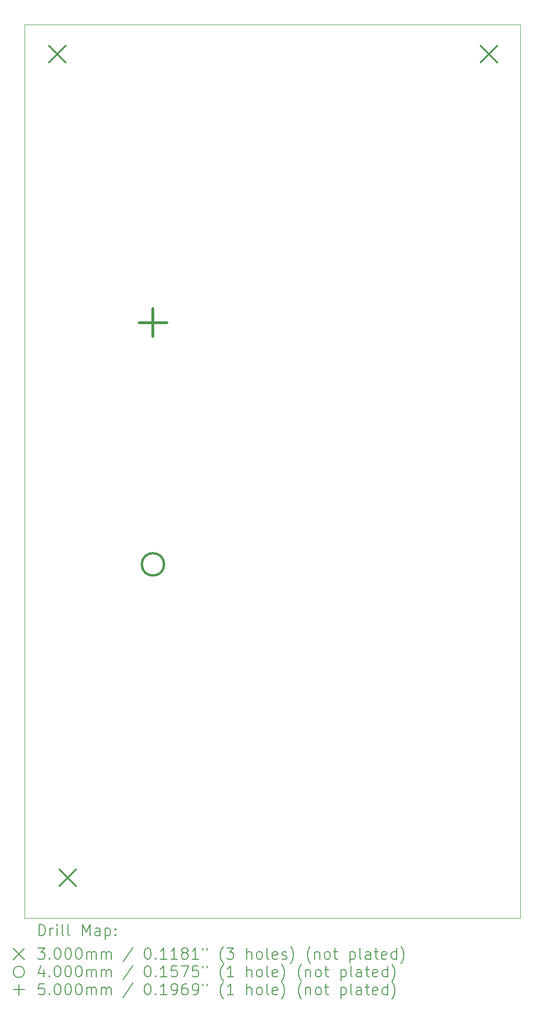
<source format=gbr>
%TF.GenerationSoftware,KiCad,Pcbnew,8.0.6*%
%TF.CreationDate,2024-11-25T21:28:08+01:00*%
%TF.ProjectId,PCB,5043422e-6b69-4636-9164-5f7063625858,rev?*%
%TF.SameCoordinates,Original*%
%TF.FileFunction,Drillmap*%
%TF.FilePolarity,Positive*%
%FSLAX45Y45*%
G04 Gerber Fmt 4.5, Leading zero omitted, Abs format (unit mm)*
G04 Created by KiCad (PCBNEW 8.0.6) date 2024-11-25 21:28:08*
%MOMM*%
%LPD*%
G01*
G04 APERTURE LIST*
%ADD10C,0.050000*%
%ADD11C,0.200000*%
%ADD12C,0.300000*%
%ADD13C,0.400000*%
%ADD14C,0.500000*%
G04 APERTURE END LIST*
D10*
X5950000Y-6140000D02*
X14850000Y-6140000D01*
X14850000Y-22150000D01*
X5950000Y-22150000D01*
X5950000Y-6140000D01*
D11*
D12*
X6390500Y-6517500D02*
X6690500Y-6817500D01*
X6690500Y-6517500D02*
X6390500Y-6817500D01*
X6575000Y-21275000D02*
X6875000Y-21575000D01*
X6875000Y-21275000D02*
X6575000Y-21575000D01*
X14137500Y-6517500D02*
X14437500Y-6817500D01*
X14437500Y-6517500D02*
X14137500Y-6817500D01*
D13*
X8455000Y-15811500D02*
G75*
G02*
X8055000Y-15811500I-200000J0D01*
G01*
X8055000Y-15811500D02*
G75*
G02*
X8455000Y-15811500I200000J0D01*
G01*
D14*
X8255000Y-11230000D02*
X8255000Y-11730000D01*
X8005000Y-11480000D02*
X8505000Y-11480000D01*
D11*
X6208277Y-22463984D02*
X6208277Y-22263984D01*
X6208277Y-22263984D02*
X6255896Y-22263984D01*
X6255896Y-22263984D02*
X6284467Y-22273508D01*
X6284467Y-22273508D02*
X6303515Y-22292555D01*
X6303515Y-22292555D02*
X6313039Y-22311603D01*
X6313039Y-22311603D02*
X6322562Y-22349698D01*
X6322562Y-22349698D02*
X6322562Y-22378269D01*
X6322562Y-22378269D02*
X6313039Y-22416365D01*
X6313039Y-22416365D02*
X6303515Y-22435412D01*
X6303515Y-22435412D02*
X6284467Y-22454460D01*
X6284467Y-22454460D02*
X6255896Y-22463984D01*
X6255896Y-22463984D02*
X6208277Y-22463984D01*
X6408277Y-22463984D02*
X6408277Y-22330650D01*
X6408277Y-22368746D02*
X6417801Y-22349698D01*
X6417801Y-22349698D02*
X6427324Y-22340174D01*
X6427324Y-22340174D02*
X6446372Y-22330650D01*
X6446372Y-22330650D02*
X6465420Y-22330650D01*
X6532086Y-22463984D02*
X6532086Y-22330650D01*
X6532086Y-22263984D02*
X6522562Y-22273508D01*
X6522562Y-22273508D02*
X6532086Y-22283031D01*
X6532086Y-22283031D02*
X6541610Y-22273508D01*
X6541610Y-22273508D02*
X6532086Y-22263984D01*
X6532086Y-22263984D02*
X6532086Y-22283031D01*
X6655896Y-22463984D02*
X6636848Y-22454460D01*
X6636848Y-22454460D02*
X6627324Y-22435412D01*
X6627324Y-22435412D02*
X6627324Y-22263984D01*
X6760658Y-22463984D02*
X6741610Y-22454460D01*
X6741610Y-22454460D02*
X6732086Y-22435412D01*
X6732086Y-22435412D02*
X6732086Y-22263984D01*
X6989229Y-22463984D02*
X6989229Y-22263984D01*
X6989229Y-22263984D02*
X7055896Y-22406841D01*
X7055896Y-22406841D02*
X7122562Y-22263984D01*
X7122562Y-22263984D02*
X7122562Y-22463984D01*
X7303515Y-22463984D02*
X7303515Y-22359222D01*
X7303515Y-22359222D02*
X7293991Y-22340174D01*
X7293991Y-22340174D02*
X7274943Y-22330650D01*
X7274943Y-22330650D02*
X7236848Y-22330650D01*
X7236848Y-22330650D02*
X7217801Y-22340174D01*
X7303515Y-22454460D02*
X7284467Y-22463984D01*
X7284467Y-22463984D02*
X7236848Y-22463984D01*
X7236848Y-22463984D02*
X7217801Y-22454460D01*
X7217801Y-22454460D02*
X7208277Y-22435412D01*
X7208277Y-22435412D02*
X7208277Y-22416365D01*
X7208277Y-22416365D02*
X7217801Y-22397317D01*
X7217801Y-22397317D02*
X7236848Y-22387793D01*
X7236848Y-22387793D02*
X7284467Y-22387793D01*
X7284467Y-22387793D02*
X7303515Y-22378269D01*
X7398753Y-22330650D02*
X7398753Y-22530650D01*
X7398753Y-22340174D02*
X7417801Y-22330650D01*
X7417801Y-22330650D02*
X7455896Y-22330650D01*
X7455896Y-22330650D02*
X7474943Y-22340174D01*
X7474943Y-22340174D02*
X7484467Y-22349698D01*
X7484467Y-22349698D02*
X7493991Y-22368746D01*
X7493991Y-22368746D02*
X7493991Y-22425888D01*
X7493991Y-22425888D02*
X7484467Y-22444936D01*
X7484467Y-22444936D02*
X7474943Y-22454460D01*
X7474943Y-22454460D02*
X7455896Y-22463984D01*
X7455896Y-22463984D02*
X7417801Y-22463984D01*
X7417801Y-22463984D02*
X7398753Y-22454460D01*
X7579705Y-22444936D02*
X7589229Y-22454460D01*
X7589229Y-22454460D02*
X7579705Y-22463984D01*
X7579705Y-22463984D02*
X7570182Y-22454460D01*
X7570182Y-22454460D02*
X7579705Y-22444936D01*
X7579705Y-22444936D02*
X7579705Y-22463984D01*
X7579705Y-22340174D02*
X7589229Y-22349698D01*
X7589229Y-22349698D02*
X7579705Y-22359222D01*
X7579705Y-22359222D02*
X7570182Y-22349698D01*
X7570182Y-22349698D02*
X7579705Y-22340174D01*
X7579705Y-22340174D02*
X7579705Y-22359222D01*
X5747500Y-22692500D02*
X5947500Y-22892500D01*
X5947500Y-22692500D02*
X5747500Y-22892500D01*
X6189229Y-22683984D02*
X6313039Y-22683984D01*
X6313039Y-22683984D02*
X6246372Y-22760174D01*
X6246372Y-22760174D02*
X6274943Y-22760174D01*
X6274943Y-22760174D02*
X6293991Y-22769698D01*
X6293991Y-22769698D02*
X6303515Y-22779222D01*
X6303515Y-22779222D02*
X6313039Y-22798269D01*
X6313039Y-22798269D02*
X6313039Y-22845888D01*
X6313039Y-22845888D02*
X6303515Y-22864936D01*
X6303515Y-22864936D02*
X6293991Y-22874460D01*
X6293991Y-22874460D02*
X6274943Y-22883984D01*
X6274943Y-22883984D02*
X6217801Y-22883984D01*
X6217801Y-22883984D02*
X6198753Y-22874460D01*
X6198753Y-22874460D02*
X6189229Y-22864936D01*
X6398753Y-22864936D02*
X6408277Y-22874460D01*
X6408277Y-22874460D02*
X6398753Y-22883984D01*
X6398753Y-22883984D02*
X6389229Y-22874460D01*
X6389229Y-22874460D02*
X6398753Y-22864936D01*
X6398753Y-22864936D02*
X6398753Y-22883984D01*
X6532086Y-22683984D02*
X6551134Y-22683984D01*
X6551134Y-22683984D02*
X6570182Y-22693508D01*
X6570182Y-22693508D02*
X6579705Y-22703031D01*
X6579705Y-22703031D02*
X6589229Y-22722079D01*
X6589229Y-22722079D02*
X6598753Y-22760174D01*
X6598753Y-22760174D02*
X6598753Y-22807793D01*
X6598753Y-22807793D02*
X6589229Y-22845888D01*
X6589229Y-22845888D02*
X6579705Y-22864936D01*
X6579705Y-22864936D02*
X6570182Y-22874460D01*
X6570182Y-22874460D02*
X6551134Y-22883984D01*
X6551134Y-22883984D02*
X6532086Y-22883984D01*
X6532086Y-22883984D02*
X6513039Y-22874460D01*
X6513039Y-22874460D02*
X6503515Y-22864936D01*
X6503515Y-22864936D02*
X6493991Y-22845888D01*
X6493991Y-22845888D02*
X6484467Y-22807793D01*
X6484467Y-22807793D02*
X6484467Y-22760174D01*
X6484467Y-22760174D02*
X6493991Y-22722079D01*
X6493991Y-22722079D02*
X6503515Y-22703031D01*
X6503515Y-22703031D02*
X6513039Y-22693508D01*
X6513039Y-22693508D02*
X6532086Y-22683984D01*
X6722562Y-22683984D02*
X6741610Y-22683984D01*
X6741610Y-22683984D02*
X6760658Y-22693508D01*
X6760658Y-22693508D02*
X6770182Y-22703031D01*
X6770182Y-22703031D02*
X6779705Y-22722079D01*
X6779705Y-22722079D02*
X6789229Y-22760174D01*
X6789229Y-22760174D02*
X6789229Y-22807793D01*
X6789229Y-22807793D02*
X6779705Y-22845888D01*
X6779705Y-22845888D02*
X6770182Y-22864936D01*
X6770182Y-22864936D02*
X6760658Y-22874460D01*
X6760658Y-22874460D02*
X6741610Y-22883984D01*
X6741610Y-22883984D02*
X6722562Y-22883984D01*
X6722562Y-22883984D02*
X6703515Y-22874460D01*
X6703515Y-22874460D02*
X6693991Y-22864936D01*
X6693991Y-22864936D02*
X6684467Y-22845888D01*
X6684467Y-22845888D02*
X6674943Y-22807793D01*
X6674943Y-22807793D02*
X6674943Y-22760174D01*
X6674943Y-22760174D02*
X6684467Y-22722079D01*
X6684467Y-22722079D02*
X6693991Y-22703031D01*
X6693991Y-22703031D02*
X6703515Y-22693508D01*
X6703515Y-22693508D02*
X6722562Y-22683984D01*
X6913039Y-22683984D02*
X6932086Y-22683984D01*
X6932086Y-22683984D02*
X6951134Y-22693508D01*
X6951134Y-22693508D02*
X6960658Y-22703031D01*
X6960658Y-22703031D02*
X6970182Y-22722079D01*
X6970182Y-22722079D02*
X6979705Y-22760174D01*
X6979705Y-22760174D02*
X6979705Y-22807793D01*
X6979705Y-22807793D02*
X6970182Y-22845888D01*
X6970182Y-22845888D02*
X6960658Y-22864936D01*
X6960658Y-22864936D02*
X6951134Y-22874460D01*
X6951134Y-22874460D02*
X6932086Y-22883984D01*
X6932086Y-22883984D02*
X6913039Y-22883984D01*
X6913039Y-22883984D02*
X6893991Y-22874460D01*
X6893991Y-22874460D02*
X6884467Y-22864936D01*
X6884467Y-22864936D02*
X6874943Y-22845888D01*
X6874943Y-22845888D02*
X6865420Y-22807793D01*
X6865420Y-22807793D02*
X6865420Y-22760174D01*
X6865420Y-22760174D02*
X6874943Y-22722079D01*
X6874943Y-22722079D02*
X6884467Y-22703031D01*
X6884467Y-22703031D02*
X6893991Y-22693508D01*
X6893991Y-22693508D02*
X6913039Y-22683984D01*
X7065420Y-22883984D02*
X7065420Y-22750650D01*
X7065420Y-22769698D02*
X7074943Y-22760174D01*
X7074943Y-22760174D02*
X7093991Y-22750650D01*
X7093991Y-22750650D02*
X7122563Y-22750650D01*
X7122563Y-22750650D02*
X7141610Y-22760174D01*
X7141610Y-22760174D02*
X7151134Y-22779222D01*
X7151134Y-22779222D02*
X7151134Y-22883984D01*
X7151134Y-22779222D02*
X7160658Y-22760174D01*
X7160658Y-22760174D02*
X7179705Y-22750650D01*
X7179705Y-22750650D02*
X7208277Y-22750650D01*
X7208277Y-22750650D02*
X7227324Y-22760174D01*
X7227324Y-22760174D02*
X7236848Y-22779222D01*
X7236848Y-22779222D02*
X7236848Y-22883984D01*
X7332086Y-22883984D02*
X7332086Y-22750650D01*
X7332086Y-22769698D02*
X7341610Y-22760174D01*
X7341610Y-22760174D02*
X7360658Y-22750650D01*
X7360658Y-22750650D02*
X7389229Y-22750650D01*
X7389229Y-22750650D02*
X7408277Y-22760174D01*
X7408277Y-22760174D02*
X7417801Y-22779222D01*
X7417801Y-22779222D02*
X7417801Y-22883984D01*
X7417801Y-22779222D02*
X7427324Y-22760174D01*
X7427324Y-22760174D02*
X7446372Y-22750650D01*
X7446372Y-22750650D02*
X7474943Y-22750650D01*
X7474943Y-22750650D02*
X7493991Y-22760174D01*
X7493991Y-22760174D02*
X7503515Y-22779222D01*
X7503515Y-22779222D02*
X7503515Y-22883984D01*
X7893991Y-22674460D02*
X7722563Y-22931603D01*
X8151134Y-22683984D02*
X8170182Y-22683984D01*
X8170182Y-22683984D02*
X8189229Y-22693508D01*
X8189229Y-22693508D02*
X8198753Y-22703031D01*
X8198753Y-22703031D02*
X8208277Y-22722079D01*
X8208277Y-22722079D02*
X8217801Y-22760174D01*
X8217801Y-22760174D02*
X8217801Y-22807793D01*
X8217801Y-22807793D02*
X8208277Y-22845888D01*
X8208277Y-22845888D02*
X8198753Y-22864936D01*
X8198753Y-22864936D02*
X8189229Y-22874460D01*
X8189229Y-22874460D02*
X8170182Y-22883984D01*
X8170182Y-22883984D02*
X8151134Y-22883984D01*
X8151134Y-22883984D02*
X8132086Y-22874460D01*
X8132086Y-22874460D02*
X8122563Y-22864936D01*
X8122563Y-22864936D02*
X8113039Y-22845888D01*
X8113039Y-22845888D02*
X8103515Y-22807793D01*
X8103515Y-22807793D02*
X8103515Y-22760174D01*
X8103515Y-22760174D02*
X8113039Y-22722079D01*
X8113039Y-22722079D02*
X8122563Y-22703031D01*
X8122563Y-22703031D02*
X8132086Y-22693508D01*
X8132086Y-22693508D02*
X8151134Y-22683984D01*
X8303515Y-22864936D02*
X8313039Y-22874460D01*
X8313039Y-22874460D02*
X8303515Y-22883984D01*
X8303515Y-22883984D02*
X8293991Y-22874460D01*
X8293991Y-22874460D02*
X8303515Y-22864936D01*
X8303515Y-22864936D02*
X8303515Y-22883984D01*
X8503515Y-22883984D02*
X8389229Y-22883984D01*
X8446372Y-22883984D02*
X8446372Y-22683984D01*
X8446372Y-22683984D02*
X8427325Y-22712555D01*
X8427325Y-22712555D02*
X8408277Y-22731603D01*
X8408277Y-22731603D02*
X8389229Y-22741127D01*
X8693991Y-22883984D02*
X8579706Y-22883984D01*
X8636848Y-22883984D02*
X8636848Y-22683984D01*
X8636848Y-22683984D02*
X8617801Y-22712555D01*
X8617801Y-22712555D02*
X8598753Y-22731603D01*
X8598753Y-22731603D02*
X8579706Y-22741127D01*
X8808277Y-22769698D02*
X8789229Y-22760174D01*
X8789229Y-22760174D02*
X8779706Y-22750650D01*
X8779706Y-22750650D02*
X8770182Y-22731603D01*
X8770182Y-22731603D02*
X8770182Y-22722079D01*
X8770182Y-22722079D02*
X8779706Y-22703031D01*
X8779706Y-22703031D02*
X8789229Y-22693508D01*
X8789229Y-22693508D02*
X8808277Y-22683984D01*
X8808277Y-22683984D02*
X8846372Y-22683984D01*
X8846372Y-22683984D02*
X8865420Y-22693508D01*
X8865420Y-22693508D02*
X8874944Y-22703031D01*
X8874944Y-22703031D02*
X8884468Y-22722079D01*
X8884468Y-22722079D02*
X8884468Y-22731603D01*
X8884468Y-22731603D02*
X8874944Y-22750650D01*
X8874944Y-22750650D02*
X8865420Y-22760174D01*
X8865420Y-22760174D02*
X8846372Y-22769698D01*
X8846372Y-22769698D02*
X8808277Y-22769698D01*
X8808277Y-22769698D02*
X8789229Y-22779222D01*
X8789229Y-22779222D02*
X8779706Y-22788746D01*
X8779706Y-22788746D02*
X8770182Y-22807793D01*
X8770182Y-22807793D02*
X8770182Y-22845888D01*
X8770182Y-22845888D02*
X8779706Y-22864936D01*
X8779706Y-22864936D02*
X8789229Y-22874460D01*
X8789229Y-22874460D02*
X8808277Y-22883984D01*
X8808277Y-22883984D02*
X8846372Y-22883984D01*
X8846372Y-22883984D02*
X8865420Y-22874460D01*
X8865420Y-22874460D02*
X8874944Y-22864936D01*
X8874944Y-22864936D02*
X8884468Y-22845888D01*
X8884468Y-22845888D02*
X8884468Y-22807793D01*
X8884468Y-22807793D02*
X8874944Y-22788746D01*
X8874944Y-22788746D02*
X8865420Y-22779222D01*
X8865420Y-22779222D02*
X8846372Y-22769698D01*
X9074944Y-22883984D02*
X8960658Y-22883984D01*
X9017801Y-22883984D02*
X9017801Y-22683984D01*
X9017801Y-22683984D02*
X8998753Y-22712555D01*
X8998753Y-22712555D02*
X8979706Y-22731603D01*
X8979706Y-22731603D02*
X8960658Y-22741127D01*
X9151134Y-22683984D02*
X9151134Y-22722079D01*
X9227325Y-22683984D02*
X9227325Y-22722079D01*
X9522563Y-22960174D02*
X9513039Y-22950650D01*
X9513039Y-22950650D02*
X9493991Y-22922079D01*
X9493991Y-22922079D02*
X9484468Y-22903031D01*
X9484468Y-22903031D02*
X9474944Y-22874460D01*
X9474944Y-22874460D02*
X9465420Y-22826841D01*
X9465420Y-22826841D02*
X9465420Y-22788746D01*
X9465420Y-22788746D02*
X9474944Y-22741127D01*
X9474944Y-22741127D02*
X9484468Y-22712555D01*
X9484468Y-22712555D02*
X9493991Y-22693508D01*
X9493991Y-22693508D02*
X9513039Y-22664936D01*
X9513039Y-22664936D02*
X9522563Y-22655412D01*
X9579706Y-22683984D02*
X9703515Y-22683984D01*
X9703515Y-22683984D02*
X9636849Y-22760174D01*
X9636849Y-22760174D02*
X9665420Y-22760174D01*
X9665420Y-22760174D02*
X9684468Y-22769698D01*
X9684468Y-22769698D02*
X9693991Y-22779222D01*
X9693991Y-22779222D02*
X9703515Y-22798269D01*
X9703515Y-22798269D02*
X9703515Y-22845888D01*
X9703515Y-22845888D02*
X9693991Y-22864936D01*
X9693991Y-22864936D02*
X9684468Y-22874460D01*
X9684468Y-22874460D02*
X9665420Y-22883984D01*
X9665420Y-22883984D02*
X9608277Y-22883984D01*
X9608277Y-22883984D02*
X9589230Y-22874460D01*
X9589230Y-22874460D02*
X9579706Y-22864936D01*
X9941611Y-22883984D02*
X9941611Y-22683984D01*
X10027325Y-22883984D02*
X10027325Y-22779222D01*
X10027325Y-22779222D02*
X10017801Y-22760174D01*
X10017801Y-22760174D02*
X9998753Y-22750650D01*
X9998753Y-22750650D02*
X9970182Y-22750650D01*
X9970182Y-22750650D02*
X9951134Y-22760174D01*
X9951134Y-22760174D02*
X9941611Y-22769698D01*
X10151134Y-22883984D02*
X10132087Y-22874460D01*
X10132087Y-22874460D02*
X10122563Y-22864936D01*
X10122563Y-22864936D02*
X10113039Y-22845888D01*
X10113039Y-22845888D02*
X10113039Y-22788746D01*
X10113039Y-22788746D02*
X10122563Y-22769698D01*
X10122563Y-22769698D02*
X10132087Y-22760174D01*
X10132087Y-22760174D02*
X10151134Y-22750650D01*
X10151134Y-22750650D02*
X10179706Y-22750650D01*
X10179706Y-22750650D02*
X10198753Y-22760174D01*
X10198753Y-22760174D02*
X10208277Y-22769698D01*
X10208277Y-22769698D02*
X10217801Y-22788746D01*
X10217801Y-22788746D02*
X10217801Y-22845888D01*
X10217801Y-22845888D02*
X10208277Y-22864936D01*
X10208277Y-22864936D02*
X10198753Y-22874460D01*
X10198753Y-22874460D02*
X10179706Y-22883984D01*
X10179706Y-22883984D02*
X10151134Y-22883984D01*
X10332087Y-22883984D02*
X10313039Y-22874460D01*
X10313039Y-22874460D02*
X10303515Y-22855412D01*
X10303515Y-22855412D02*
X10303515Y-22683984D01*
X10484468Y-22874460D02*
X10465420Y-22883984D01*
X10465420Y-22883984D02*
X10427325Y-22883984D01*
X10427325Y-22883984D02*
X10408277Y-22874460D01*
X10408277Y-22874460D02*
X10398753Y-22855412D01*
X10398753Y-22855412D02*
X10398753Y-22779222D01*
X10398753Y-22779222D02*
X10408277Y-22760174D01*
X10408277Y-22760174D02*
X10427325Y-22750650D01*
X10427325Y-22750650D02*
X10465420Y-22750650D01*
X10465420Y-22750650D02*
X10484468Y-22760174D01*
X10484468Y-22760174D02*
X10493992Y-22779222D01*
X10493992Y-22779222D02*
X10493992Y-22798269D01*
X10493992Y-22798269D02*
X10398753Y-22817317D01*
X10570182Y-22874460D02*
X10589230Y-22883984D01*
X10589230Y-22883984D02*
X10627325Y-22883984D01*
X10627325Y-22883984D02*
X10646373Y-22874460D01*
X10646373Y-22874460D02*
X10655896Y-22855412D01*
X10655896Y-22855412D02*
X10655896Y-22845888D01*
X10655896Y-22845888D02*
X10646373Y-22826841D01*
X10646373Y-22826841D02*
X10627325Y-22817317D01*
X10627325Y-22817317D02*
X10598753Y-22817317D01*
X10598753Y-22817317D02*
X10579706Y-22807793D01*
X10579706Y-22807793D02*
X10570182Y-22788746D01*
X10570182Y-22788746D02*
X10570182Y-22779222D01*
X10570182Y-22779222D02*
X10579706Y-22760174D01*
X10579706Y-22760174D02*
X10598753Y-22750650D01*
X10598753Y-22750650D02*
X10627325Y-22750650D01*
X10627325Y-22750650D02*
X10646373Y-22760174D01*
X10722563Y-22960174D02*
X10732087Y-22950650D01*
X10732087Y-22950650D02*
X10751134Y-22922079D01*
X10751134Y-22922079D02*
X10760658Y-22903031D01*
X10760658Y-22903031D02*
X10770182Y-22874460D01*
X10770182Y-22874460D02*
X10779706Y-22826841D01*
X10779706Y-22826841D02*
X10779706Y-22788746D01*
X10779706Y-22788746D02*
X10770182Y-22741127D01*
X10770182Y-22741127D02*
X10760658Y-22712555D01*
X10760658Y-22712555D02*
X10751134Y-22693508D01*
X10751134Y-22693508D02*
X10732087Y-22664936D01*
X10732087Y-22664936D02*
X10722563Y-22655412D01*
X11084468Y-22960174D02*
X11074944Y-22950650D01*
X11074944Y-22950650D02*
X11055896Y-22922079D01*
X11055896Y-22922079D02*
X11046373Y-22903031D01*
X11046373Y-22903031D02*
X11036849Y-22874460D01*
X11036849Y-22874460D02*
X11027325Y-22826841D01*
X11027325Y-22826841D02*
X11027325Y-22788746D01*
X11027325Y-22788746D02*
X11036849Y-22741127D01*
X11036849Y-22741127D02*
X11046373Y-22712555D01*
X11046373Y-22712555D02*
X11055896Y-22693508D01*
X11055896Y-22693508D02*
X11074944Y-22664936D01*
X11074944Y-22664936D02*
X11084468Y-22655412D01*
X11160658Y-22750650D02*
X11160658Y-22883984D01*
X11160658Y-22769698D02*
X11170182Y-22760174D01*
X11170182Y-22760174D02*
X11189230Y-22750650D01*
X11189230Y-22750650D02*
X11217801Y-22750650D01*
X11217801Y-22750650D02*
X11236849Y-22760174D01*
X11236849Y-22760174D02*
X11246372Y-22779222D01*
X11246372Y-22779222D02*
X11246372Y-22883984D01*
X11370182Y-22883984D02*
X11351134Y-22874460D01*
X11351134Y-22874460D02*
X11341611Y-22864936D01*
X11341611Y-22864936D02*
X11332087Y-22845888D01*
X11332087Y-22845888D02*
X11332087Y-22788746D01*
X11332087Y-22788746D02*
X11341611Y-22769698D01*
X11341611Y-22769698D02*
X11351134Y-22760174D01*
X11351134Y-22760174D02*
X11370182Y-22750650D01*
X11370182Y-22750650D02*
X11398753Y-22750650D01*
X11398753Y-22750650D02*
X11417801Y-22760174D01*
X11417801Y-22760174D02*
X11427325Y-22769698D01*
X11427325Y-22769698D02*
X11436849Y-22788746D01*
X11436849Y-22788746D02*
X11436849Y-22845888D01*
X11436849Y-22845888D02*
X11427325Y-22864936D01*
X11427325Y-22864936D02*
X11417801Y-22874460D01*
X11417801Y-22874460D02*
X11398753Y-22883984D01*
X11398753Y-22883984D02*
X11370182Y-22883984D01*
X11493992Y-22750650D02*
X11570182Y-22750650D01*
X11522563Y-22683984D02*
X11522563Y-22855412D01*
X11522563Y-22855412D02*
X11532087Y-22874460D01*
X11532087Y-22874460D02*
X11551134Y-22883984D01*
X11551134Y-22883984D02*
X11570182Y-22883984D01*
X11789230Y-22750650D02*
X11789230Y-22950650D01*
X11789230Y-22760174D02*
X11808277Y-22750650D01*
X11808277Y-22750650D02*
X11846373Y-22750650D01*
X11846373Y-22750650D02*
X11865420Y-22760174D01*
X11865420Y-22760174D02*
X11874944Y-22769698D01*
X11874944Y-22769698D02*
X11884468Y-22788746D01*
X11884468Y-22788746D02*
X11884468Y-22845888D01*
X11884468Y-22845888D02*
X11874944Y-22864936D01*
X11874944Y-22864936D02*
X11865420Y-22874460D01*
X11865420Y-22874460D02*
X11846373Y-22883984D01*
X11846373Y-22883984D02*
X11808277Y-22883984D01*
X11808277Y-22883984D02*
X11789230Y-22874460D01*
X11998753Y-22883984D02*
X11979706Y-22874460D01*
X11979706Y-22874460D02*
X11970182Y-22855412D01*
X11970182Y-22855412D02*
X11970182Y-22683984D01*
X12160658Y-22883984D02*
X12160658Y-22779222D01*
X12160658Y-22779222D02*
X12151134Y-22760174D01*
X12151134Y-22760174D02*
X12132087Y-22750650D01*
X12132087Y-22750650D02*
X12093992Y-22750650D01*
X12093992Y-22750650D02*
X12074944Y-22760174D01*
X12160658Y-22874460D02*
X12141611Y-22883984D01*
X12141611Y-22883984D02*
X12093992Y-22883984D01*
X12093992Y-22883984D02*
X12074944Y-22874460D01*
X12074944Y-22874460D02*
X12065420Y-22855412D01*
X12065420Y-22855412D02*
X12065420Y-22836365D01*
X12065420Y-22836365D02*
X12074944Y-22817317D01*
X12074944Y-22817317D02*
X12093992Y-22807793D01*
X12093992Y-22807793D02*
X12141611Y-22807793D01*
X12141611Y-22807793D02*
X12160658Y-22798269D01*
X12227325Y-22750650D02*
X12303515Y-22750650D01*
X12255896Y-22683984D02*
X12255896Y-22855412D01*
X12255896Y-22855412D02*
X12265420Y-22874460D01*
X12265420Y-22874460D02*
X12284468Y-22883984D01*
X12284468Y-22883984D02*
X12303515Y-22883984D01*
X12446373Y-22874460D02*
X12427325Y-22883984D01*
X12427325Y-22883984D02*
X12389230Y-22883984D01*
X12389230Y-22883984D02*
X12370182Y-22874460D01*
X12370182Y-22874460D02*
X12360658Y-22855412D01*
X12360658Y-22855412D02*
X12360658Y-22779222D01*
X12360658Y-22779222D02*
X12370182Y-22760174D01*
X12370182Y-22760174D02*
X12389230Y-22750650D01*
X12389230Y-22750650D02*
X12427325Y-22750650D01*
X12427325Y-22750650D02*
X12446373Y-22760174D01*
X12446373Y-22760174D02*
X12455896Y-22779222D01*
X12455896Y-22779222D02*
X12455896Y-22798269D01*
X12455896Y-22798269D02*
X12360658Y-22817317D01*
X12627325Y-22883984D02*
X12627325Y-22683984D01*
X12627325Y-22874460D02*
X12608277Y-22883984D01*
X12608277Y-22883984D02*
X12570182Y-22883984D01*
X12570182Y-22883984D02*
X12551134Y-22874460D01*
X12551134Y-22874460D02*
X12541611Y-22864936D01*
X12541611Y-22864936D02*
X12532087Y-22845888D01*
X12532087Y-22845888D02*
X12532087Y-22788746D01*
X12532087Y-22788746D02*
X12541611Y-22769698D01*
X12541611Y-22769698D02*
X12551134Y-22760174D01*
X12551134Y-22760174D02*
X12570182Y-22750650D01*
X12570182Y-22750650D02*
X12608277Y-22750650D01*
X12608277Y-22750650D02*
X12627325Y-22760174D01*
X12703515Y-22960174D02*
X12713039Y-22950650D01*
X12713039Y-22950650D02*
X12732087Y-22922079D01*
X12732087Y-22922079D02*
X12741611Y-22903031D01*
X12741611Y-22903031D02*
X12751134Y-22874460D01*
X12751134Y-22874460D02*
X12760658Y-22826841D01*
X12760658Y-22826841D02*
X12760658Y-22788746D01*
X12760658Y-22788746D02*
X12751134Y-22741127D01*
X12751134Y-22741127D02*
X12741611Y-22712555D01*
X12741611Y-22712555D02*
X12732087Y-22693508D01*
X12732087Y-22693508D02*
X12713039Y-22664936D01*
X12713039Y-22664936D02*
X12703515Y-22655412D01*
X5947500Y-23112500D02*
G75*
G02*
X5747500Y-23112500I-100000J0D01*
G01*
X5747500Y-23112500D02*
G75*
G02*
X5947500Y-23112500I100000J0D01*
G01*
X6293991Y-23070650D02*
X6293991Y-23203984D01*
X6246372Y-22994460D02*
X6198753Y-23137317D01*
X6198753Y-23137317D02*
X6322562Y-23137317D01*
X6398753Y-23184936D02*
X6408277Y-23194460D01*
X6408277Y-23194460D02*
X6398753Y-23203984D01*
X6398753Y-23203984D02*
X6389229Y-23194460D01*
X6389229Y-23194460D02*
X6398753Y-23184936D01*
X6398753Y-23184936D02*
X6398753Y-23203984D01*
X6532086Y-23003984D02*
X6551134Y-23003984D01*
X6551134Y-23003984D02*
X6570182Y-23013508D01*
X6570182Y-23013508D02*
X6579705Y-23023031D01*
X6579705Y-23023031D02*
X6589229Y-23042079D01*
X6589229Y-23042079D02*
X6598753Y-23080174D01*
X6598753Y-23080174D02*
X6598753Y-23127793D01*
X6598753Y-23127793D02*
X6589229Y-23165888D01*
X6589229Y-23165888D02*
X6579705Y-23184936D01*
X6579705Y-23184936D02*
X6570182Y-23194460D01*
X6570182Y-23194460D02*
X6551134Y-23203984D01*
X6551134Y-23203984D02*
X6532086Y-23203984D01*
X6532086Y-23203984D02*
X6513039Y-23194460D01*
X6513039Y-23194460D02*
X6503515Y-23184936D01*
X6503515Y-23184936D02*
X6493991Y-23165888D01*
X6493991Y-23165888D02*
X6484467Y-23127793D01*
X6484467Y-23127793D02*
X6484467Y-23080174D01*
X6484467Y-23080174D02*
X6493991Y-23042079D01*
X6493991Y-23042079D02*
X6503515Y-23023031D01*
X6503515Y-23023031D02*
X6513039Y-23013508D01*
X6513039Y-23013508D02*
X6532086Y-23003984D01*
X6722562Y-23003984D02*
X6741610Y-23003984D01*
X6741610Y-23003984D02*
X6760658Y-23013508D01*
X6760658Y-23013508D02*
X6770182Y-23023031D01*
X6770182Y-23023031D02*
X6779705Y-23042079D01*
X6779705Y-23042079D02*
X6789229Y-23080174D01*
X6789229Y-23080174D02*
X6789229Y-23127793D01*
X6789229Y-23127793D02*
X6779705Y-23165888D01*
X6779705Y-23165888D02*
X6770182Y-23184936D01*
X6770182Y-23184936D02*
X6760658Y-23194460D01*
X6760658Y-23194460D02*
X6741610Y-23203984D01*
X6741610Y-23203984D02*
X6722562Y-23203984D01*
X6722562Y-23203984D02*
X6703515Y-23194460D01*
X6703515Y-23194460D02*
X6693991Y-23184936D01*
X6693991Y-23184936D02*
X6684467Y-23165888D01*
X6684467Y-23165888D02*
X6674943Y-23127793D01*
X6674943Y-23127793D02*
X6674943Y-23080174D01*
X6674943Y-23080174D02*
X6684467Y-23042079D01*
X6684467Y-23042079D02*
X6693991Y-23023031D01*
X6693991Y-23023031D02*
X6703515Y-23013508D01*
X6703515Y-23013508D02*
X6722562Y-23003984D01*
X6913039Y-23003984D02*
X6932086Y-23003984D01*
X6932086Y-23003984D02*
X6951134Y-23013508D01*
X6951134Y-23013508D02*
X6960658Y-23023031D01*
X6960658Y-23023031D02*
X6970182Y-23042079D01*
X6970182Y-23042079D02*
X6979705Y-23080174D01*
X6979705Y-23080174D02*
X6979705Y-23127793D01*
X6979705Y-23127793D02*
X6970182Y-23165888D01*
X6970182Y-23165888D02*
X6960658Y-23184936D01*
X6960658Y-23184936D02*
X6951134Y-23194460D01*
X6951134Y-23194460D02*
X6932086Y-23203984D01*
X6932086Y-23203984D02*
X6913039Y-23203984D01*
X6913039Y-23203984D02*
X6893991Y-23194460D01*
X6893991Y-23194460D02*
X6884467Y-23184936D01*
X6884467Y-23184936D02*
X6874943Y-23165888D01*
X6874943Y-23165888D02*
X6865420Y-23127793D01*
X6865420Y-23127793D02*
X6865420Y-23080174D01*
X6865420Y-23080174D02*
X6874943Y-23042079D01*
X6874943Y-23042079D02*
X6884467Y-23023031D01*
X6884467Y-23023031D02*
X6893991Y-23013508D01*
X6893991Y-23013508D02*
X6913039Y-23003984D01*
X7065420Y-23203984D02*
X7065420Y-23070650D01*
X7065420Y-23089698D02*
X7074943Y-23080174D01*
X7074943Y-23080174D02*
X7093991Y-23070650D01*
X7093991Y-23070650D02*
X7122563Y-23070650D01*
X7122563Y-23070650D02*
X7141610Y-23080174D01*
X7141610Y-23080174D02*
X7151134Y-23099222D01*
X7151134Y-23099222D02*
X7151134Y-23203984D01*
X7151134Y-23099222D02*
X7160658Y-23080174D01*
X7160658Y-23080174D02*
X7179705Y-23070650D01*
X7179705Y-23070650D02*
X7208277Y-23070650D01*
X7208277Y-23070650D02*
X7227324Y-23080174D01*
X7227324Y-23080174D02*
X7236848Y-23099222D01*
X7236848Y-23099222D02*
X7236848Y-23203984D01*
X7332086Y-23203984D02*
X7332086Y-23070650D01*
X7332086Y-23089698D02*
X7341610Y-23080174D01*
X7341610Y-23080174D02*
X7360658Y-23070650D01*
X7360658Y-23070650D02*
X7389229Y-23070650D01*
X7389229Y-23070650D02*
X7408277Y-23080174D01*
X7408277Y-23080174D02*
X7417801Y-23099222D01*
X7417801Y-23099222D02*
X7417801Y-23203984D01*
X7417801Y-23099222D02*
X7427324Y-23080174D01*
X7427324Y-23080174D02*
X7446372Y-23070650D01*
X7446372Y-23070650D02*
X7474943Y-23070650D01*
X7474943Y-23070650D02*
X7493991Y-23080174D01*
X7493991Y-23080174D02*
X7503515Y-23099222D01*
X7503515Y-23099222D02*
X7503515Y-23203984D01*
X7893991Y-22994460D02*
X7722563Y-23251603D01*
X8151134Y-23003984D02*
X8170182Y-23003984D01*
X8170182Y-23003984D02*
X8189229Y-23013508D01*
X8189229Y-23013508D02*
X8198753Y-23023031D01*
X8198753Y-23023031D02*
X8208277Y-23042079D01*
X8208277Y-23042079D02*
X8217801Y-23080174D01*
X8217801Y-23080174D02*
X8217801Y-23127793D01*
X8217801Y-23127793D02*
X8208277Y-23165888D01*
X8208277Y-23165888D02*
X8198753Y-23184936D01*
X8198753Y-23184936D02*
X8189229Y-23194460D01*
X8189229Y-23194460D02*
X8170182Y-23203984D01*
X8170182Y-23203984D02*
X8151134Y-23203984D01*
X8151134Y-23203984D02*
X8132086Y-23194460D01*
X8132086Y-23194460D02*
X8122563Y-23184936D01*
X8122563Y-23184936D02*
X8113039Y-23165888D01*
X8113039Y-23165888D02*
X8103515Y-23127793D01*
X8103515Y-23127793D02*
X8103515Y-23080174D01*
X8103515Y-23080174D02*
X8113039Y-23042079D01*
X8113039Y-23042079D02*
X8122563Y-23023031D01*
X8122563Y-23023031D02*
X8132086Y-23013508D01*
X8132086Y-23013508D02*
X8151134Y-23003984D01*
X8303515Y-23184936D02*
X8313039Y-23194460D01*
X8313039Y-23194460D02*
X8303515Y-23203984D01*
X8303515Y-23203984D02*
X8293991Y-23194460D01*
X8293991Y-23194460D02*
X8303515Y-23184936D01*
X8303515Y-23184936D02*
X8303515Y-23203984D01*
X8503515Y-23203984D02*
X8389229Y-23203984D01*
X8446372Y-23203984D02*
X8446372Y-23003984D01*
X8446372Y-23003984D02*
X8427325Y-23032555D01*
X8427325Y-23032555D02*
X8408277Y-23051603D01*
X8408277Y-23051603D02*
X8389229Y-23061127D01*
X8684468Y-23003984D02*
X8589229Y-23003984D01*
X8589229Y-23003984D02*
X8579706Y-23099222D01*
X8579706Y-23099222D02*
X8589229Y-23089698D01*
X8589229Y-23089698D02*
X8608277Y-23080174D01*
X8608277Y-23080174D02*
X8655896Y-23080174D01*
X8655896Y-23080174D02*
X8674944Y-23089698D01*
X8674944Y-23089698D02*
X8684468Y-23099222D01*
X8684468Y-23099222D02*
X8693991Y-23118269D01*
X8693991Y-23118269D02*
X8693991Y-23165888D01*
X8693991Y-23165888D02*
X8684468Y-23184936D01*
X8684468Y-23184936D02*
X8674944Y-23194460D01*
X8674944Y-23194460D02*
X8655896Y-23203984D01*
X8655896Y-23203984D02*
X8608277Y-23203984D01*
X8608277Y-23203984D02*
X8589229Y-23194460D01*
X8589229Y-23194460D02*
X8579706Y-23184936D01*
X8760658Y-23003984D02*
X8893991Y-23003984D01*
X8893991Y-23003984D02*
X8808277Y-23203984D01*
X9065420Y-23003984D02*
X8970182Y-23003984D01*
X8970182Y-23003984D02*
X8960658Y-23099222D01*
X8960658Y-23099222D02*
X8970182Y-23089698D01*
X8970182Y-23089698D02*
X8989229Y-23080174D01*
X8989229Y-23080174D02*
X9036849Y-23080174D01*
X9036849Y-23080174D02*
X9055896Y-23089698D01*
X9055896Y-23089698D02*
X9065420Y-23099222D01*
X9065420Y-23099222D02*
X9074944Y-23118269D01*
X9074944Y-23118269D02*
X9074944Y-23165888D01*
X9074944Y-23165888D02*
X9065420Y-23184936D01*
X9065420Y-23184936D02*
X9055896Y-23194460D01*
X9055896Y-23194460D02*
X9036849Y-23203984D01*
X9036849Y-23203984D02*
X8989229Y-23203984D01*
X8989229Y-23203984D02*
X8970182Y-23194460D01*
X8970182Y-23194460D02*
X8960658Y-23184936D01*
X9151134Y-23003984D02*
X9151134Y-23042079D01*
X9227325Y-23003984D02*
X9227325Y-23042079D01*
X9522563Y-23280174D02*
X9513039Y-23270650D01*
X9513039Y-23270650D02*
X9493991Y-23242079D01*
X9493991Y-23242079D02*
X9484468Y-23223031D01*
X9484468Y-23223031D02*
X9474944Y-23194460D01*
X9474944Y-23194460D02*
X9465420Y-23146841D01*
X9465420Y-23146841D02*
X9465420Y-23108746D01*
X9465420Y-23108746D02*
X9474944Y-23061127D01*
X9474944Y-23061127D02*
X9484468Y-23032555D01*
X9484468Y-23032555D02*
X9493991Y-23013508D01*
X9493991Y-23013508D02*
X9513039Y-22984936D01*
X9513039Y-22984936D02*
X9522563Y-22975412D01*
X9703515Y-23203984D02*
X9589230Y-23203984D01*
X9646372Y-23203984D02*
X9646372Y-23003984D01*
X9646372Y-23003984D02*
X9627325Y-23032555D01*
X9627325Y-23032555D02*
X9608277Y-23051603D01*
X9608277Y-23051603D02*
X9589230Y-23061127D01*
X9941611Y-23203984D02*
X9941611Y-23003984D01*
X10027325Y-23203984D02*
X10027325Y-23099222D01*
X10027325Y-23099222D02*
X10017801Y-23080174D01*
X10017801Y-23080174D02*
X9998753Y-23070650D01*
X9998753Y-23070650D02*
X9970182Y-23070650D01*
X9970182Y-23070650D02*
X9951134Y-23080174D01*
X9951134Y-23080174D02*
X9941611Y-23089698D01*
X10151134Y-23203984D02*
X10132087Y-23194460D01*
X10132087Y-23194460D02*
X10122563Y-23184936D01*
X10122563Y-23184936D02*
X10113039Y-23165888D01*
X10113039Y-23165888D02*
X10113039Y-23108746D01*
X10113039Y-23108746D02*
X10122563Y-23089698D01*
X10122563Y-23089698D02*
X10132087Y-23080174D01*
X10132087Y-23080174D02*
X10151134Y-23070650D01*
X10151134Y-23070650D02*
X10179706Y-23070650D01*
X10179706Y-23070650D02*
X10198753Y-23080174D01*
X10198753Y-23080174D02*
X10208277Y-23089698D01*
X10208277Y-23089698D02*
X10217801Y-23108746D01*
X10217801Y-23108746D02*
X10217801Y-23165888D01*
X10217801Y-23165888D02*
X10208277Y-23184936D01*
X10208277Y-23184936D02*
X10198753Y-23194460D01*
X10198753Y-23194460D02*
X10179706Y-23203984D01*
X10179706Y-23203984D02*
X10151134Y-23203984D01*
X10332087Y-23203984D02*
X10313039Y-23194460D01*
X10313039Y-23194460D02*
X10303515Y-23175412D01*
X10303515Y-23175412D02*
X10303515Y-23003984D01*
X10484468Y-23194460D02*
X10465420Y-23203984D01*
X10465420Y-23203984D02*
X10427325Y-23203984D01*
X10427325Y-23203984D02*
X10408277Y-23194460D01*
X10408277Y-23194460D02*
X10398753Y-23175412D01*
X10398753Y-23175412D02*
X10398753Y-23099222D01*
X10398753Y-23099222D02*
X10408277Y-23080174D01*
X10408277Y-23080174D02*
X10427325Y-23070650D01*
X10427325Y-23070650D02*
X10465420Y-23070650D01*
X10465420Y-23070650D02*
X10484468Y-23080174D01*
X10484468Y-23080174D02*
X10493992Y-23099222D01*
X10493992Y-23099222D02*
X10493992Y-23118269D01*
X10493992Y-23118269D02*
X10398753Y-23137317D01*
X10560658Y-23280174D02*
X10570182Y-23270650D01*
X10570182Y-23270650D02*
X10589230Y-23242079D01*
X10589230Y-23242079D02*
X10598753Y-23223031D01*
X10598753Y-23223031D02*
X10608277Y-23194460D01*
X10608277Y-23194460D02*
X10617801Y-23146841D01*
X10617801Y-23146841D02*
X10617801Y-23108746D01*
X10617801Y-23108746D02*
X10608277Y-23061127D01*
X10608277Y-23061127D02*
X10598753Y-23032555D01*
X10598753Y-23032555D02*
X10589230Y-23013508D01*
X10589230Y-23013508D02*
X10570182Y-22984936D01*
X10570182Y-22984936D02*
X10560658Y-22975412D01*
X10922563Y-23280174D02*
X10913039Y-23270650D01*
X10913039Y-23270650D02*
X10893992Y-23242079D01*
X10893992Y-23242079D02*
X10884468Y-23223031D01*
X10884468Y-23223031D02*
X10874944Y-23194460D01*
X10874944Y-23194460D02*
X10865420Y-23146841D01*
X10865420Y-23146841D02*
X10865420Y-23108746D01*
X10865420Y-23108746D02*
X10874944Y-23061127D01*
X10874944Y-23061127D02*
X10884468Y-23032555D01*
X10884468Y-23032555D02*
X10893992Y-23013508D01*
X10893992Y-23013508D02*
X10913039Y-22984936D01*
X10913039Y-22984936D02*
X10922563Y-22975412D01*
X10998753Y-23070650D02*
X10998753Y-23203984D01*
X10998753Y-23089698D02*
X11008277Y-23080174D01*
X11008277Y-23080174D02*
X11027325Y-23070650D01*
X11027325Y-23070650D02*
X11055896Y-23070650D01*
X11055896Y-23070650D02*
X11074944Y-23080174D01*
X11074944Y-23080174D02*
X11084468Y-23099222D01*
X11084468Y-23099222D02*
X11084468Y-23203984D01*
X11208277Y-23203984D02*
X11189230Y-23194460D01*
X11189230Y-23194460D02*
X11179706Y-23184936D01*
X11179706Y-23184936D02*
X11170182Y-23165888D01*
X11170182Y-23165888D02*
X11170182Y-23108746D01*
X11170182Y-23108746D02*
X11179706Y-23089698D01*
X11179706Y-23089698D02*
X11189230Y-23080174D01*
X11189230Y-23080174D02*
X11208277Y-23070650D01*
X11208277Y-23070650D02*
X11236849Y-23070650D01*
X11236849Y-23070650D02*
X11255896Y-23080174D01*
X11255896Y-23080174D02*
X11265420Y-23089698D01*
X11265420Y-23089698D02*
X11274944Y-23108746D01*
X11274944Y-23108746D02*
X11274944Y-23165888D01*
X11274944Y-23165888D02*
X11265420Y-23184936D01*
X11265420Y-23184936D02*
X11255896Y-23194460D01*
X11255896Y-23194460D02*
X11236849Y-23203984D01*
X11236849Y-23203984D02*
X11208277Y-23203984D01*
X11332087Y-23070650D02*
X11408277Y-23070650D01*
X11360658Y-23003984D02*
X11360658Y-23175412D01*
X11360658Y-23175412D02*
X11370182Y-23194460D01*
X11370182Y-23194460D02*
X11389230Y-23203984D01*
X11389230Y-23203984D02*
X11408277Y-23203984D01*
X11627325Y-23070650D02*
X11627325Y-23270650D01*
X11627325Y-23080174D02*
X11646372Y-23070650D01*
X11646372Y-23070650D02*
X11684468Y-23070650D01*
X11684468Y-23070650D02*
X11703515Y-23080174D01*
X11703515Y-23080174D02*
X11713039Y-23089698D01*
X11713039Y-23089698D02*
X11722563Y-23108746D01*
X11722563Y-23108746D02*
X11722563Y-23165888D01*
X11722563Y-23165888D02*
X11713039Y-23184936D01*
X11713039Y-23184936D02*
X11703515Y-23194460D01*
X11703515Y-23194460D02*
X11684468Y-23203984D01*
X11684468Y-23203984D02*
X11646372Y-23203984D01*
X11646372Y-23203984D02*
X11627325Y-23194460D01*
X11836849Y-23203984D02*
X11817801Y-23194460D01*
X11817801Y-23194460D02*
X11808277Y-23175412D01*
X11808277Y-23175412D02*
X11808277Y-23003984D01*
X11998753Y-23203984D02*
X11998753Y-23099222D01*
X11998753Y-23099222D02*
X11989230Y-23080174D01*
X11989230Y-23080174D02*
X11970182Y-23070650D01*
X11970182Y-23070650D02*
X11932087Y-23070650D01*
X11932087Y-23070650D02*
X11913039Y-23080174D01*
X11998753Y-23194460D02*
X11979706Y-23203984D01*
X11979706Y-23203984D02*
X11932087Y-23203984D01*
X11932087Y-23203984D02*
X11913039Y-23194460D01*
X11913039Y-23194460D02*
X11903515Y-23175412D01*
X11903515Y-23175412D02*
X11903515Y-23156365D01*
X11903515Y-23156365D02*
X11913039Y-23137317D01*
X11913039Y-23137317D02*
X11932087Y-23127793D01*
X11932087Y-23127793D02*
X11979706Y-23127793D01*
X11979706Y-23127793D02*
X11998753Y-23118269D01*
X12065420Y-23070650D02*
X12141611Y-23070650D01*
X12093992Y-23003984D02*
X12093992Y-23175412D01*
X12093992Y-23175412D02*
X12103515Y-23194460D01*
X12103515Y-23194460D02*
X12122563Y-23203984D01*
X12122563Y-23203984D02*
X12141611Y-23203984D01*
X12284468Y-23194460D02*
X12265420Y-23203984D01*
X12265420Y-23203984D02*
X12227325Y-23203984D01*
X12227325Y-23203984D02*
X12208277Y-23194460D01*
X12208277Y-23194460D02*
X12198753Y-23175412D01*
X12198753Y-23175412D02*
X12198753Y-23099222D01*
X12198753Y-23099222D02*
X12208277Y-23080174D01*
X12208277Y-23080174D02*
X12227325Y-23070650D01*
X12227325Y-23070650D02*
X12265420Y-23070650D01*
X12265420Y-23070650D02*
X12284468Y-23080174D01*
X12284468Y-23080174D02*
X12293992Y-23099222D01*
X12293992Y-23099222D02*
X12293992Y-23118269D01*
X12293992Y-23118269D02*
X12198753Y-23137317D01*
X12465420Y-23203984D02*
X12465420Y-23003984D01*
X12465420Y-23194460D02*
X12446373Y-23203984D01*
X12446373Y-23203984D02*
X12408277Y-23203984D01*
X12408277Y-23203984D02*
X12389230Y-23194460D01*
X12389230Y-23194460D02*
X12379706Y-23184936D01*
X12379706Y-23184936D02*
X12370182Y-23165888D01*
X12370182Y-23165888D02*
X12370182Y-23108746D01*
X12370182Y-23108746D02*
X12379706Y-23089698D01*
X12379706Y-23089698D02*
X12389230Y-23080174D01*
X12389230Y-23080174D02*
X12408277Y-23070650D01*
X12408277Y-23070650D02*
X12446373Y-23070650D01*
X12446373Y-23070650D02*
X12465420Y-23080174D01*
X12541611Y-23280174D02*
X12551134Y-23270650D01*
X12551134Y-23270650D02*
X12570182Y-23242079D01*
X12570182Y-23242079D02*
X12579706Y-23223031D01*
X12579706Y-23223031D02*
X12589230Y-23194460D01*
X12589230Y-23194460D02*
X12598753Y-23146841D01*
X12598753Y-23146841D02*
X12598753Y-23108746D01*
X12598753Y-23108746D02*
X12589230Y-23061127D01*
X12589230Y-23061127D02*
X12579706Y-23032555D01*
X12579706Y-23032555D02*
X12570182Y-23013508D01*
X12570182Y-23013508D02*
X12551134Y-22984936D01*
X12551134Y-22984936D02*
X12541611Y-22975412D01*
X5847500Y-23332500D02*
X5847500Y-23532500D01*
X5747500Y-23432500D02*
X5947500Y-23432500D01*
X6303515Y-23323984D02*
X6208277Y-23323984D01*
X6208277Y-23323984D02*
X6198753Y-23419222D01*
X6198753Y-23419222D02*
X6208277Y-23409698D01*
X6208277Y-23409698D02*
X6227324Y-23400174D01*
X6227324Y-23400174D02*
X6274943Y-23400174D01*
X6274943Y-23400174D02*
X6293991Y-23409698D01*
X6293991Y-23409698D02*
X6303515Y-23419222D01*
X6303515Y-23419222D02*
X6313039Y-23438269D01*
X6313039Y-23438269D02*
X6313039Y-23485888D01*
X6313039Y-23485888D02*
X6303515Y-23504936D01*
X6303515Y-23504936D02*
X6293991Y-23514460D01*
X6293991Y-23514460D02*
X6274943Y-23523984D01*
X6274943Y-23523984D02*
X6227324Y-23523984D01*
X6227324Y-23523984D02*
X6208277Y-23514460D01*
X6208277Y-23514460D02*
X6198753Y-23504936D01*
X6398753Y-23504936D02*
X6408277Y-23514460D01*
X6408277Y-23514460D02*
X6398753Y-23523984D01*
X6398753Y-23523984D02*
X6389229Y-23514460D01*
X6389229Y-23514460D02*
X6398753Y-23504936D01*
X6398753Y-23504936D02*
X6398753Y-23523984D01*
X6532086Y-23323984D02*
X6551134Y-23323984D01*
X6551134Y-23323984D02*
X6570182Y-23333508D01*
X6570182Y-23333508D02*
X6579705Y-23343031D01*
X6579705Y-23343031D02*
X6589229Y-23362079D01*
X6589229Y-23362079D02*
X6598753Y-23400174D01*
X6598753Y-23400174D02*
X6598753Y-23447793D01*
X6598753Y-23447793D02*
X6589229Y-23485888D01*
X6589229Y-23485888D02*
X6579705Y-23504936D01*
X6579705Y-23504936D02*
X6570182Y-23514460D01*
X6570182Y-23514460D02*
X6551134Y-23523984D01*
X6551134Y-23523984D02*
X6532086Y-23523984D01*
X6532086Y-23523984D02*
X6513039Y-23514460D01*
X6513039Y-23514460D02*
X6503515Y-23504936D01*
X6503515Y-23504936D02*
X6493991Y-23485888D01*
X6493991Y-23485888D02*
X6484467Y-23447793D01*
X6484467Y-23447793D02*
X6484467Y-23400174D01*
X6484467Y-23400174D02*
X6493991Y-23362079D01*
X6493991Y-23362079D02*
X6503515Y-23343031D01*
X6503515Y-23343031D02*
X6513039Y-23333508D01*
X6513039Y-23333508D02*
X6532086Y-23323984D01*
X6722562Y-23323984D02*
X6741610Y-23323984D01*
X6741610Y-23323984D02*
X6760658Y-23333508D01*
X6760658Y-23333508D02*
X6770182Y-23343031D01*
X6770182Y-23343031D02*
X6779705Y-23362079D01*
X6779705Y-23362079D02*
X6789229Y-23400174D01*
X6789229Y-23400174D02*
X6789229Y-23447793D01*
X6789229Y-23447793D02*
X6779705Y-23485888D01*
X6779705Y-23485888D02*
X6770182Y-23504936D01*
X6770182Y-23504936D02*
X6760658Y-23514460D01*
X6760658Y-23514460D02*
X6741610Y-23523984D01*
X6741610Y-23523984D02*
X6722562Y-23523984D01*
X6722562Y-23523984D02*
X6703515Y-23514460D01*
X6703515Y-23514460D02*
X6693991Y-23504936D01*
X6693991Y-23504936D02*
X6684467Y-23485888D01*
X6684467Y-23485888D02*
X6674943Y-23447793D01*
X6674943Y-23447793D02*
X6674943Y-23400174D01*
X6674943Y-23400174D02*
X6684467Y-23362079D01*
X6684467Y-23362079D02*
X6693991Y-23343031D01*
X6693991Y-23343031D02*
X6703515Y-23333508D01*
X6703515Y-23333508D02*
X6722562Y-23323984D01*
X6913039Y-23323984D02*
X6932086Y-23323984D01*
X6932086Y-23323984D02*
X6951134Y-23333508D01*
X6951134Y-23333508D02*
X6960658Y-23343031D01*
X6960658Y-23343031D02*
X6970182Y-23362079D01*
X6970182Y-23362079D02*
X6979705Y-23400174D01*
X6979705Y-23400174D02*
X6979705Y-23447793D01*
X6979705Y-23447793D02*
X6970182Y-23485888D01*
X6970182Y-23485888D02*
X6960658Y-23504936D01*
X6960658Y-23504936D02*
X6951134Y-23514460D01*
X6951134Y-23514460D02*
X6932086Y-23523984D01*
X6932086Y-23523984D02*
X6913039Y-23523984D01*
X6913039Y-23523984D02*
X6893991Y-23514460D01*
X6893991Y-23514460D02*
X6884467Y-23504936D01*
X6884467Y-23504936D02*
X6874943Y-23485888D01*
X6874943Y-23485888D02*
X6865420Y-23447793D01*
X6865420Y-23447793D02*
X6865420Y-23400174D01*
X6865420Y-23400174D02*
X6874943Y-23362079D01*
X6874943Y-23362079D02*
X6884467Y-23343031D01*
X6884467Y-23343031D02*
X6893991Y-23333508D01*
X6893991Y-23333508D02*
X6913039Y-23323984D01*
X7065420Y-23523984D02*
X7065420Y-23390650D01*
X7065420Y-23409698D02*
X7074943Y-23400174D01*
X7074943Y-23400174D02*
X7093991Y-23390650D01*
X7093991Y-23390650D02*
X7122563Y-23390650D01*
X7122563Y-23390650D02*
X7141610Y-23400174D01*
X7141610Y-23400174D02*
X7151134Y-23419222D01*
X7151134Y-23419222D02*
X7151134Y-23523984D01*
X7151134Y-23419222D02*
X7160658Y-23400174D01*
X7160658Y-23400174D02*
X7179705Y-23390650D01*
X7179705Y-23390650D02*
X7208277Y-23390650D01*
X7208277Y-23390650D02*
X7227324Y-23400174D01*
X7227324Y-23400174D02*
X7236848Y-23419222D01*
X7236848Y-23419222D02*
X7236848Y-23523984D01*
X7332086Y-23523984D02*
X7332086Y-23390650D01*
X7332086Y-23409698D02*
X7341610Y-23400174D01*
X7341610Y-23400174D02*
X7360658Y-23390650D01*
X7360658Y-23390650D02*
X7389229Y-23390650D01*
X7389229Y-23390650D02*
X7408277Y-23400174D01*
X7408277Y-23400174D02*
X7417801Y-23419222D01*
X7417801Y-23419222D02*
X7417801Y-23523984D01*
X7417801Y-23419222D02*
X7427324Y-23400174D01*
X7427324Y-23400174D02*
X7446372Y-23390650D01*
X7446372Y-23390650D02*
X7474943Y-23390650D01*
X7474943Y-23390650D02*
X7493991Y-23400174D01*
X7493991Y-23400174D02*
X7503515Y-23419222D01*
X7503515Y-23419222D02*
X7503515Y-23523984D01*
X7893991Y-23314460D02*
X7722563Y-23571603D01*
X8151134Y-23323984D02*
X8170182Y-23323984D01*
X8170182Y-23323984D02*
X8189229Y-23333508D01*
X8189229Y-23333508D02*
X8198753Y-23343031D01*
X8198753Y-23343031D02*
X8208277Y-23362079D01*
X8208277Y-23362079D02*
X8217801Y-23400174D01*
X8217801Y-23400174D02*
X8217801Y-23447793D01*
X8217801Y-23447793D02*
X8208277Y-23485888D01*
X8208277Y-23485888D02*
X8198753Y-23504936D01*
X8198753Y-23504936D02*
X8189229Y-23514460D01*
X8189229Y-23514460D02*
X8170182Y-23523984D01*
X8170182Y-23523984D02*
X8151134Y-23523984D01*
X8151134Y-23523984D02*
X8132086Y-23514460D01*
X8132086Y-23514460D02*
X8122563Y-23504936D01*
X8122563Y-23504936D02*
X8113039Y-23485888D01*
X8113039Y-23485888D02*
X8103515Y-23447793D01*
X8103515Y-23447793D02*
X8103515Y-23400174D01*
X8103515Y-23400174D02*
X8113039Y-23362079D01*
X8113039Y-23362079D02*
X8122563Y-23343031D01*
X8122563Y-23343031D02*
X8132086Y-23333508D01*
X8132086Y-23333508D02*
X8151134Y-23323984D01*
X8303515Y-23504936D02*
X8313039Y-23514460D01*
X8313039Y-23514460D02*
X8303515Y-23523984D01*
X8303515Y-23523984D02*
X8293991Y-23514460D01*
X8293991Y-23514460D02*
X8303515Y-23504936D01*
X8303515Y-23504936D02*
X8303515Y-23523984D01*
X8503515Y-23523984D02*
X8389229Y-23523984D01*
X8446372Y-23523984D02*
X8446372Y-23323984D01*
X8446372Y-23323984D02*
X8427325Y-23352555D01*
X8427325Y-23352555D02*
X8408277Y-23371603D01*
X8408277Y-23371603D02*
X8389229Y-23381127D01*
X8598753Y-23523984D02*
X8636848Y-23523984D01*
X8636848Y-23523984D02*
X8655896Y-23514460D01*
X8655896Y-23514460D02*
X8665420Y-23504936D01*
X8665420Y-23504936D02*
X8684468Y-23476365D01*
X8684468Y-23476365D02*
X8693991Y-23438269D01*
X8693991Y-23438269D02*
X8693991Y-23362079D01*
X8693991Y-23362079D02*
X8684468Y-23343031D01*
X8684468Y-23343031D02*
X8674944Y-23333508D01*
X8674944Y-23333508D02*
X8655896Y-23323984D01*
X8655896Y-23323984D02*
X8617801Y-23323984D01*
X8617801Y-23323984D02*
X8598753Y-23333508D01*
X8598753Y-23333508D02*
X8589229Y-23343031D01*
X8589229Y-23343031D02*
X8579706Y-23362079D01*
X8579706Y-23362079D02*
X8579706Y-23409698D01*
X8579706Y-23409698D02*
X8589229Y-23428746D01*
X8589229Y-23428746D02*
X8598753Y-23438269D01*
X8598753Y-23438269D02*
X8617801Y-23447793D01*
X8617801Y-23447793D02*
X8655896Y-23447793D01*
X8655896Y-23447793D02*
X8674944Y-23438269D01*
X8674944Y-23438269D02*
X8684468Y-23428746D01*
X8684468Y-23428746D02*
X8693991Y-23409698D01*
X8865420Y-23323984D02*
X8827325Y-23323984D01*
X8827325Y-23323984D02*
X8808277Y-23333508D01*
X8808277Y-23333508D02*
X8798753Y-23343031D01*
X8798753Y-23343031D02*
X8779706Y-23371603D01*
X8779706Y-23371603D02*
X8770182Y-23409698D01*
X8770182Y-23409698D02*
X8770182Y-23485888D01*
X8770182Y-23485888D02*
X8779706Y-23504936D01*
X8779706Y-23504936D02*
X8789229Y-23514460D01*
X8789229Y-23514460D02*
X8808277Y-23523984D01*
X8808277Y-23523984D02*
X8846372Y-23523984D01*
X8846372Y-23523984D02*
X8865420Y-23514460D01*
X8865420Y-23514460D02*
X8874944Y-23504936D01*
X8874944Y-23504936D02*
X8884468Y-23485888D01*
X8884468Y-23485888D02*
X8884468Y-23438269D01*
X8884468Y-23438269D02*
X8874944Y-23419222D01*
X8874944Y-23419222D02*
X8865420Y-23409698D01*
X8865420Y-23409698D02*
X8846372Y-23400174D01*
X8846372Y-23400174D02*
X8808277Y-23400174D01*
X8808277Y-23400174D02*
X8789229Y-23409698D01*
X8789229Y-23409698D02*
X8779706Y-23419222D01*
X8779706Y-23419222D02*
X8770182Y-23438269D01*
X8979706Y-23523984D02*
X9017801Y-23523984D01*
X9017801Y-23523984D02*
X9036849Y-23514460D01*
X9036849Y-23514460D02*
X9046372Y-23504936D01*
X9046372Y-23504936D02*
X9065420Y-23476365D01*
X9065420Y-23476365D02*
X9074944Y-23438269D01*
X9074944Y-23438269D02*
X9074944Y-23362079D01*
X9074944Y-23362079D02*
X9065420Y-23343031D01*
X9065420Y-23343031D02*
X9055896Y-23333508D01*
X9055896Y-23333508D02*
X9036849Y-23323984D01*
X9036849Y-23323984D02*
X8998753Y-23323984D01*
X8998753Y-23323984D02*
X8979706Y-23333508D01*
X8979706Y-23333508D02*
X8970182Y-23343031D01*
X8970182Y-23343031D02*
X8960658Y-23362079D01*
X8960658Y-23362079D02*
X8960658Y-23409698D01*
X8960658Y-23409698D02*
X8970182Y-23428746D01*
X8970182Y-23428746D02*
X8979706Y-23438269D01*
X8979706Y-23438269D02*
X8998753Y-23447793D01*
X8998753Y-23447793D02*
X9036849Y-23447793D01*
X9036849Y-23447793D02*
X9055896Y-23438269D01*
X9055896Y-23438269D02*
X9065420Y-23428746D01*
X9065420Y-23428746D02*
X9074944Y-23409698D01*
X9151134Y-23323984D02*
X9151134Y-23362079D01*
X9227325Y-23323984D02*
X9227325Y-23362079D01*
X9522563Y-23600174D02*
X9513039Y-23590650D01*
X9513039Y-23590650D02*
X9493991Y-23562079D01*
X9493991Y-23562079D02*
X9484468Y-23543031D01*
X9484468Y-23543031D02*
X9474944Y-23514460D01*
X9474944Y-23514460D02*
X9465420Y-23466841D01*
X9465420Y-23466841D02*
X9465420Y-23428746D01*
X9465420Y-23428746D02*
X9474944Y-23381127D01*
X9474944Y-23381127D02*
X9484468Y-23352555D01*
X9484468Y-23352555D02*
X9493991Y-23333508D01*
X9493991Y-23333508D02*
X9513039Y-23304936D01*
X9513039Y-23304936D02*
X9522563Y-23295412D01*
X9703515Y-23523984D02*
X9589230Y-23523984D01*
X9646372Y-23523984D02*
X9646372Y-23323984D01*
X9646372Y-23323984D02*
X9627325Y-23352555D01*
X9627325Y-23352555D02*
X9608277Y-23371603D01*
X9608277Y-23371603D02*
X9589230Y-23381127D01*
X9941611Y-23523984D02*
X9941611Y-23323984D01*
X10027325Y-23523984D02*
X10027325Y-23419222D01*
X10027325Y-23419222D02*
X10017801Y-23400174D01*
X10017801Y-23400174D02*
X9998753Y-23390650D01*
X9998753Y-23390650D02*
X9970182Y-23390650D01*
X9970182Y-23390650D02*
X9951134Y-23400174D01*
X9951134Y-23400174D02*
X9941611Y-23409698D01*
X10151134Y-23523984D02*
X10132087Y-23514460D01*
X10132087Y-23514460D02*
X10122563Y-23504936D01*
X10122563Y-23504936D02*
X10113039Y-23485888D01*
X10113039Y-23485888D02*
X10113039Y-23428746D01*
X10113039Y-23428746D02*
X10122563Y-23409698D01*
X10122563Y-23409698D02*
X10132087Y-23400174D01*
X10132087Y-23400174D02*
X10151134Y-23390650D01*
X10151134Y-23390650D02*
X10179706Y-23390650D01*
X10179706Y-23390650D02*
X10198753Y-23400174D01*
X10198753Y-23400174D02*
X10208277Y-23409698D01*
X10208277Y-23409698D02*
X10217801Y-23428746D01*
X10217801Y-23428746D02*
X10217801Y-23485888D01*
X10217801Y-23485888D02*
X10208277Y-23504936D01*
X10208277Y-23504936D02*
X10198753Y-23514460D01*
X10198753Y-23514460D02*
X10179706Y-23523984D01*
X10179706Y-23523984D02*
X10151134Y-23523984D01*
X10332087Y-23523984D02*
X10313039Y-23514460D01*
X10313039Y-23514460D02*
X10303515Y-23495412D01*
X10303515Y-23495412D02*
X10303515Y-23323984D01*
X10484468Y-23514460D02*
X10465420Y-23523984D01*
X10465420Y-23523984D02*
X10427325Y-23523984D01*
X10427325Y-23523984D02*
X10408277Y-23514460D01*
X10408277Y-23514460D02*
X10398753Y-23495412D01*
X10398753Y-23495412D02*
X10398753Y-23419222D01*
X10398753Y-23419222D02*
X10408277Y-23400174D01*
X10408277Y-23400174D02*
X10427325Y-23390650D01*
X10427325Y-23390650D02*
X10465420Y-23390650D01*
X10465420Y-23390650D02*
X10484468Y-23400174D01*
X10484468Y-23400174D02*
X10493992Y-23419222D01*
X10493992Y-23419222D02*
X10493992Y-23438269D01*
X10493992Y-23438269D02*
X10398753Y-23457317D01*
X10560658Y-23600174D02*
X10570182Y-23590650D01*
X10570182Y-23590650D02*
X10589230Y-23562079D01*
X10589230Y-23562079D02*
X10598753Y-23543031D01*
X10598753Y-23543031D02*
X10608277Y-23514460D01*
X10608277Y-23514460D02*
X10617801Y-23466841D01*
X10617801Y-23466841D02*
X10617801Y-23428746D01*
X10617801Y-23428746D02*
X10608277Y-23381127D01*
X10608277Y-23381127D02*
X10598753Y-23352555D01*
X10598753Y-23352555D02*
X10589230Y-23333508D01*
X10589230Y-23333508D02*
X10570182Y-23304936D01*
X10570182Y-23304936D02*
X10560658Y-23295412D01*
X10922563Y-23600174D02*
X10913039Y-23590650D01*
X10913039Y-23590650D02*
X10893992Y-23562079D01*
X10893992Y-23562079D02*
X10884468Y-23543031D01*
X10884468Y-23543031D02*
X10874944Y-23514460D01*
X10874944Y-23514460D02*
X10865420Y-23466841D01*
X10865420Y-23466841D02*
X10865420Y-23428746D01*
X10865420Y-23428746D02*
X10874944Y-23381127D01*
X10874944Y-23381127D02*
X10884468Y-23352555D01*
X10884468Y-23352555D02*
X10893992Y-23333508D01*
X10893992Y-23333508D02*
X10913039Y-23304936D01*
X10913039Y-23304936D02*
X10922563Y-23295412D01*
X10998753Y-23390650D02*
X10998753Y-23523984D01*
X10998753Y-23409698D02*
X11008277Y-23400174D01*
X11008277Y-23400174D02*
X11027325Y-23390650D01*
X11027325Y-23390650D02*
X11055896Y-23390650D01*
X11055896Y-23390650D02*
X11074944Y-23400174D01*
X11074944Y-23400174D02*
X11084468Y-23419222D01*
X11084468Y-23419222D02*
X11084468Y-23523984D01*
X11208277Y-23523984D02*
X11189230Y-23514460D01*
X11189230Y-23514460D02*
X11179706Y-23504936D01*
X11179706Y-23504936D02*
X11170182Y-23485888D01*
X11170182Y-23485888D02*
X11170182Y-23428746D01*
X11170182Y-23428746D02*
X11179706Y-23409698D01*
X11179706Y-23409698D02*
X11189230Y-23400174D01*
X11189230Y-23400174D02*
X11208277Y-23390650D01*
X11208277Y-23390650D02*
X11236849Y-23390650D01*
X11236849Y-23390650D02*
X11255896Y-23400174D01*
X11255896Y-23400174D02*
X11265420Y-23409698D01*
X11265420Y-23409698D02*
X11274944Y-23428746D01*
X11274944Y-23428746D02*
X11274944Y-23485888D01*
X11274944Y-23485888D02*
X11265420Y-23504936D01*
X11265420Y-23504936D02*
X11255896Y-23514460D01*
X11255896Y-23514460D02*
X11236849Y-23523984D01*
X11236849Y-23523984D02*
X11208277Y-23523984D01*
X11332087Y-23390650D02*
X11408277Y-23390650D01*
X11360658Y-23323984D02*
X11360658Y-23495412D01*
X11360658Y-23495412D02*
X11370182Y-23514460D01*
X11370182Y-23514460D02*
X11389230Y-23523984D01*
X11389230Y-23523984D02*
X11408277Y-23523984D01*
X11627325Y-23390650D02*
X11627325Y-23590650D01*
X11627325Y-23400174D02*
X11646372Y-23390650D01*
X11646372Y-23390650D02*
X11684468Y-23390650D01*
X11684468Y-23390650D02*
X11703515Y-23400174D01*
X11703515Y-23400174D02*
X11713039Y-23409698D01*
X11713039Y-23409698D02*
X11722563Y-23428746D01*
X11722563Y-23428746D02*
X11722563Y-23485888D01*
X11722563Y-23485888D02*
X11713039Y-23504936D01*
X11713039Y-23504936D02*
X11703515Y-23514460D01*
X11703515Y-23514460D02*
X11684468Y-23523984D01*
X11684468Y-23523984D02*
X11646372Y-23523984D01*
X11646372Y-23523984D02*
X11627325Y-23514460D01*
X11836849Y-23523984D02*
X11817801Y-23514460D01*
X11817801Y-23514460D02*
X11808277Y-23495412D01*
X11808277Y-23495412D02*
X11808277Y-23323984D01*
X11998753Y-23523984D02*
X11998753Y-23419222D01*
X11998753Y-23419222D02*
X11989230Y-23400174D01*
X11989230Y-23400174D02*
X11970182Y-23390650D01*
X11970182Y-23390650D02*
X11932087Y-23390650D01*
X11932087Y-23390650D02*
X11913039Y-23400174D01*
X11998753Y-23514460D02*
X11979706Y-23523984D01*
X11979706Y-23523984D02*
X11932087Y-23523984D01*
X11932087Y-23523984D02*
X11913039Y-23514460D01*
X11913039Y-23514460D02*
X11903515Y-23495412D01*
X11903515Y-23495412D02*
X11903515Y-23476365D01*
X11903515Y-23476365D02*
X11913039Y-23457317D01*
X11913039Y-23457317D02*
X11932087Y-23447793D01*
X11932087Y-23447793D02*
X11979706Y-23447793D01*
X11979706Y-23447793D02*
X11998753Y-23438269D01*
X12065420Y-23390650D02*
X12141611Y-23390650D01*
X12093992Y-23323984D02*
X12093992Y-23495412D01*
X12093992Y-23495412D02*
X12103515Y-23514460D01*
X12103515Y-23514460D02*
X12122563Y-23523984D01*
X12122563Y-23523984D02*
X12141611Y-23523984D01*
X12284468Y-23514460D02*
X12265420Y-23523984D01*
X12265420Y-23523984D02*
X12227325Y-23523984D01*
X12227325Y-23523984D02*
X12208277Y-23514460D01*
X12208277Y-23514460D02*
X12198753Y-23495412D01*
X12198753Y-23495412D02*
X12198753Y-23419222D01*
X12198753Y-23419222D02*
X12208277Y-23400174D01*
X12208277Y-23400174D02*
X12227325Y-23390650D01*
X12227325Y-23390650D02*
X12265420Y-23390650D01*
X12265420Y-23390650D02*
X12284468Y-23400174D01*
X12284468Y-23400174D02*
X12293992Y-23419222D01*
X12293992Y-23419222D02*
X12293992Y-23438269D01*
X12293992Y-23438269D02*
X12198753Y-23457317D01*
X12465420Y-23523984D02*
X12465420Y-23323984D01*
X12465420Y-23514460D02*
X12446373Y-23523984D01*
X12446373Y-23523984D02*
X12408277Y-23523984D01*
X12408277Y-23523984D02*
X12389230Y-23514460D01*
X12389230Y-23514460D02*
X12379706Y-23504936D01*
X12379706Y-23504936D02*
X12370182Y-23485888D01*
X12370182Y-23485888D02*
X12370182Y-23428746D01*
X12370182Y-23428746D02*
X12379706Y-23409698D01*
X12379706Y-23409698D02*
X12389230Y-23400174D01*
X12389230Y-23400174D02*
X12408277Y-23390650D01*
X12408277Y-23390650D02*
X12446373Y-23390650D01*
X12446373Y-23390650D02*
X12465420Y-23400174D01*
X12541611Y-23600174D02*
X12551134Y-23590650D01*
X12551134Y-23590650D02*
X12570182Y-23562079D01*
X12570182Y-23562079D02*
X12579706Y-23543031D01*
X12579706Y-23543031D02*
X12589230Y-23514460D01*
X12589230Y-23514460D02*
X12598753Y-23466841D01*
X12598753Y-23466841D02*
X12598753Y-23428746D01*
X12598753Y-23428746D02*
X12589230Y-23381127D01*
X12589230Y-23381127D02*
X12579706Y-23352555D01*
X12579706Y-23352555D02*
X12570182Y-23333508D01*
X12570182Y-23333508D02*
X12551134Y-23304936D01*
X12551134Y-23304936D02*
X12541611Y-23295412D01*
M02*

</source>
